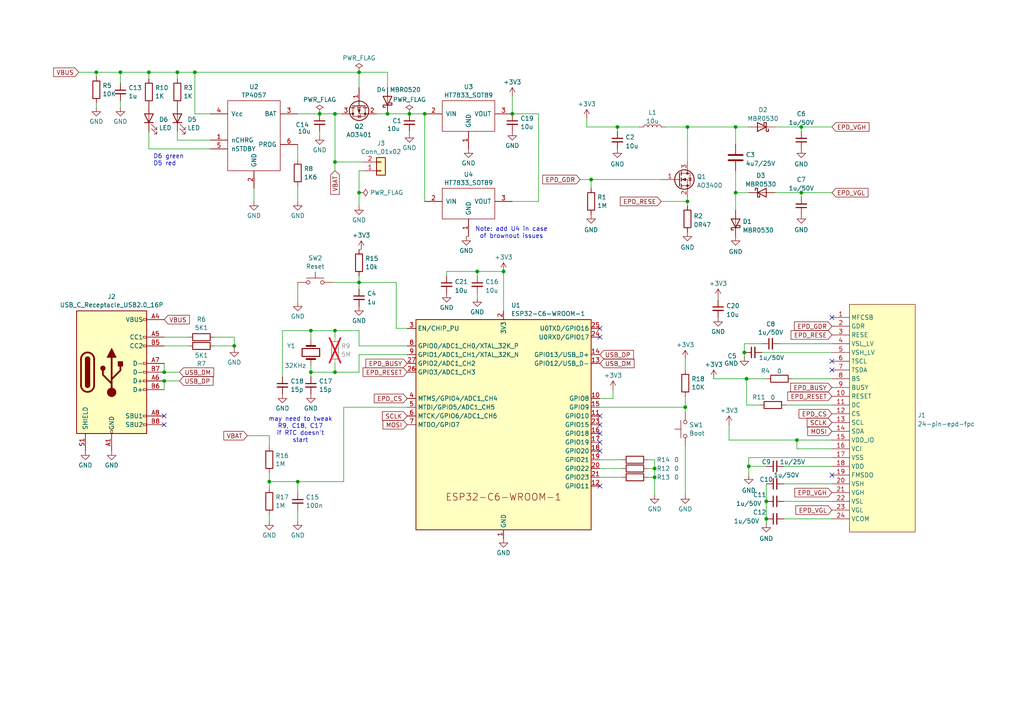
<source format=kicad_sch>
(kicad_sch (version 20231120) (generator "eeschema") (generator_version "8.0")
  (paper "A4")
  (lib_symbols
    (symbol "Connector:USB_C_Receptacle_USB2.0_16P" (pin_names (offset 1.016))
      (property "Reference" "J" (at 0 22.225 0))
      (property "Value" "USB_C_Receptacle_USB2.0_16P" (at 0 19.685 0))
      (symbol "USB_C_Receptacle_USB2.0_16P_1_1"
        (pin passive line (at 0 -22.86 90) (length 5.08) (name "GND") (number "A1"))
        (pin passive line (at 0 -22.86 90) (length 5.08) hide (name "GND") (number "A12"))
        (pin passive line (at 15.24 15.24 180) (length 5.08) (name "VBUS") (number "A4"))
        (pin bidirectional line (at 15.24 10.16 180) (length 5.08) (name "CC1") (number "A5"))
        (pin bidirectional line (at 15.24 -2.54 180) (length 5.08) (name "D+") (number "A6"))
        (pin bidirectional line (at 15.24 2.54 180) (length 5.08) (name "D-") (number "A7"))
        (pin bidirectional line (at 15.24 -12.7 180) (length 5.08) (name "SBU1") (number "A8"))
        (pin passive line (at 15.24 15.24 180) (length 5.08) hide (name "VBUS") (number "A9"))
        (pin passive line (at 0 -22.86 90) (length 5.08) hide (name "GND") (number "B1"))
        (pin passive line (at 0 -22.86 90) (length 5.08) hide (name "GND") (number "B12"))
        (pin passive line (at 15.24 15.24 180) (length 5.08) hide (name "VBUS") (number "B4"))
        (pin bidirectional line (at 15.24 7.62 180) (length 5.08) (name "CC2") (number "B5"))
        (pin bidirectional line (at 15.24 -5.08 180) (length 5.08) (name "D+") (number "B6"))
        (pin bidirectional line (at 15.24 0 180) (length 5.08) (name "D-") (number "B7"))
        (pin bidirectional line (at 15.24 -15.24 180) (length 5.08) (name "SBU2") (number "B8"))
        (pin passive line (at 15.24 15.24 180) (length 5.08) hide (name "VBUS") (number "B9"))
        (pin passive line (at -7.62 -22.86 90) (length 5.08) (name "SHIELD") (number "S1"))
      )
    )
    (symbol "Connector_Generic:Conn_01x02" (pin_names (offset 1.016) hide)
      (property "Reference" "J" (at 0 2.54 0))
      (property "Value" "Conn_01x02" (at 0 -5.08 0))
      (symbol "Conn_01x02_1_1"
        (pin passive line (at -5.08 0 0) (length 3.81) (name "Pin_1") (number "1"))
        (pin passive line (at -5.08 -2.54 0) (length 3.81) (name "Pin_2") (number "2"))
      )
    )
    (symbol "Device:C" (pin_numbers hide) (pin_names (offset 0.254))
      (property "Reference" "C" (at 0.635 2.54 0))
      (property "Value" "C" (at 0.635 -2.54 0))
      (symbol "C_1_1"
        (pin passive line (at 0 3.81 270) (length 2.794) (name "~") (number "1"))
        (pin passive line (at 0 -3.81 90) (length 2.794) (name "~") (number "2"))
      )
    )
    (symbol "Device:C_Small" (pin_numbers hide) (pin_names (offset 0.254) hide)
      (property "Reference" "C" (at 0.254 1.778 0))
      (property "Value" "C_Small" (at 0.254 -2.032 0))
      (symbol "C_Small_1_1"
        (pin passive line (at 0 2.54 270) (length 2.032) (name "~") (number "1"))
        (pin passive line (at 0 -2.54 90) (length 2.032) (name "~") (number "2"))
      )
    )
    (symbol "Device:Crystal" (pin_numbers hide) (pin_names (offset 1.016) hide)
      (property "Reference" "Y" (at 0 3.81 0))
      (property "Value" "Crystal" (at 0 -3.81 0))
      (symbol "Crystal_1_1"
        (pin passive line (at -3.81 0 0) (length 1.27) (name "1") (number "1"))
        (pin passive line (at 3.81 0 180) (length 1.27) (name "2") (number "2"))
      )
    )
    (symbol "Device:L" (pin_numbers hide) (pin_names (offset 1.016) hide)
      (property "Reference" "L" (at -1.27 0 90))
      (property "Value" "L" (at 1.905 0 90))
      (symbol "L_1_1"
        (pin passive line (at 0 3.81 270) (length 1.27) (name "1") (number "1"))
        (pin passive line (at 0 -3.81 90) (length 1.27) (name "2") (number "2"))
      )
    )
    (symbol "Device:LED" (pin_numbers hide) (pin_names (offset 1.016) hide)
      (property "Reference" "D" (at 0 2.54 0))
      (property "Value" "LED" (at 0 -2.54 0))
      (symbol "LED_1_1"
        (pin passive line (at -3.81 0 0) (length 2.54) (name "K") (number "1"))
        (pin passive line (at 3.81 0 180) (length 2.54) (name "A") (number "2"))
      )
    )
    (symbol "Device:R" (pin_numbers hide) (pin_names (offset 0))
      (property "Reference" "R" (at 2.032 0 90))
      (property "Value" "R" (at 0 0 90))
      (symbol "R_1_1"
        (pin passive line (at 0 3.81 270) (length 1.27) (name "~") (number "1"))
        (pin passive line (at 0 -3.81 90) (length 1.27) (name "~") (number "2"))
      )
    )
    (symbol "Diode:MBR0520" (pin_numbers hide) (pin_names (offset 1.016) hide)
      (property "Reference" "D" (at 0 2.54 0))
      (property "Value" "MBR0520" (at 0 -2.54 0))
      (symbol "MBR0520_1_1"
        (pin passive line (at -3.81 0 0) (length 2.54) (name "K") (number "1"))
        (pin passive line (at 3.81 0 180) (length 2.54) (name "A") (number "2"))
      )
    )
    (symbol "Diode:MBR0530" (pin_numbers hide) (pin_names (offset 1.016) hide)
      (property "Reference" "D" (at 0 2.54 0))
      (property "Value" "MBR0530" (at 0 -2.54 0))
      (symbol "MBR0530_1_1"
        (pin passive line (at -3.81 0 0) (length 2.54) (name "K") (number "1"))
        (pin passive line (at 3.81 0 180) (length 2.54) (name "A") (number "2"))
      )
    )
    (symbol "Espressif:ESP32-C6-WROOM-1"
      (property "Reference" "U1" (at 2.1941 34.6243 0))
      (property "Value" "ESP32-C6-WROOM-1" (at 2.1941 32.2001 0))
      (symbol "ESP32-C6-WROOM-1_0_0"
        (text "ESP32-C6-WROOM-1" (at 0 -20.955 0) (effects (font (size 2 2))))
      )
      (symbol "ESP32-C6-WROOM-1_1_1"
        (pin power_in line (at 0 -33.02 90) (length 2.54) (name "GND") (number "1"))
        (pin bidirectional line (at 27.94 7.62 180) (length 2.54) (name "GPIO8") (number "10"))
        (pin bidirectional line (at 27.94 2.54 180) (length 2.54) (name "GPIO10") (number "11"))
        (pin bidirectional line (at 27.94 -17.78 180) (length 2.54) (name "GPIO11") (number "12"))
        (pin bidirectional line (at 27.94 17.78 180) (length 2.54) (name "GPIO12/USB_D-") (number "13"))
        (pin bidirectional line (at 27.94 20.32 180) (length 2.54) (name "GPIO13/USB_D+") (number "14"))
        (pin bidirectional line (at 27.94 5.08 180) (length 2.54) (name "GPIO9") (number "15"))
        (pin bidirectional line (at 27.94 -2.54 180) (length 2.54) (name "GPIO18") (number "16"))
        (pin bidirectional line (at 27.94 -5.08 180) (length 2.54) (name "GPIO19") (number "17"))
        (pin bidirectional line (at 27.94 -7.62 180) (length 2.54) (name "GPIO20") (number "18"))
        (pin bidirectional line (at 27.94 -10.16 180) (length 2.54) (name "GPIO21") (number "19"))
        (pin power_in line (at 0 33.02 270) (length 2.54) (name "3V3") (number "2"))
        (pin bidirectional line (at 27.94 -12.7 180) (length 2.54) (name "GPIO22") (number "20"))
        (pin bidirectional line (at 27.94 -15.24 180) (length 2.54) (name "GPIO23") (number "21"))
        (pin no_connect line (at -25.4 -12.7 0) (length 2.54) hide (name "NC") (number "22"))
        (pin bidirectional line (at 27.94 0 180) (length 2.54) (name "GPIO15") (number "23"))
        (pin bidirectional line (at 27.94 25.4 180) (length 2.54) (name "U0RXD/GPIO17") (number "24"))
        (pin bidirectional line (at 27.94 27.94 180) (length 2.54) (name "U0TXD/GPIO16") (number "25"))
        (pin bidirectional line (at -27.94 15.24 0) (length 2.54) (name "GPIO3/ADC1_CH3") (number "26"))
        (pin bidirectional line (at -27.94 17.78 0) (length 2.54) (name "GPIO2/ADC1_CH2") (number "27"))
        (pin passive line (at 0 -33.02 90) (length 2.54) hide (name "GND") (number "28"))
        (pin passive line (at 0 -33.02 90) (length 2.54) hide (name "GND") (number "29"))
        (pin input line (at -27.94 27.94 0) (length 2.54) (name "EN/CHIP_PU") (number "3"))
        (pin bidirectional line (at -27.94 7.62 0) (length 2.54) (name "MTMS/GPIO4/ADC1_CH4") (number "4"))
        (pin bidirectional line (at -27.94 5.08 0) (length 2.54) (name "MTDI/GPIO5/ADC1_CH5") (number "5"))
        (pin bidirectional line (at -27.94 2.54 0) (length 2.54) (name "MTCK/GPIO6/ADC1_CH6") (number "6"))
        (pin bidirectional line (at -27.94 0 0) (length 2.54) (name "MTDO/GPIO7") (number "7"))
        (pin bidirectional line (at -27.94 22.86 0) (length 2.54) (name "GPIO0/ADC1_CH0/XTAL_32K_P") (number "8"))
        (pin bidirectional line (at -27.94 20.32 0) (length 2.54) (name "GPIO1/ADC1_CH1/XTAL_32K_N") (number "9"))
      )
    )
    (symbol "Jeroens lib:24-pin-epd-fpc"
      (property "Reference" "J1" (at 9.6012 -4.2453 0))
      (property "Value" "24-pin-epd-fpc" (at 9.6012 -6.7822 0))
      (symbol "24-pin-epd-fpc_0_0"
        (pin input line (at -15.24 24.13 0) (length 5.08) (name "MFCSB") (number "1"))
        (pin input line (at -15.24 1.27 0) (length 5.08) (name "RESET") (number "10"))
        (pin input line (at -15.24 -1.27 0) (length 5.08) (name "DC") (number "11"))
        (pin input line (at -15.24 -3.81 0) (length 5.08) (name "CS") (number "12"))
        (pin input line (at -15.24 -6.35 0) (length 5.08) (name "SCL") (number "13"))
        (pin input line (at -15.24 -8.89 0) (length 5.08) (name "SDA") (number "14"))
        (pin power_in line (at -15.24 -11.43 0) (length 5.08) (name "VDD_IO") (number "15"))
        (pin power_in line (at -15.24 -13.97 0) (length 5.08) (name "VCI") (number "16"))
        (pin power_in line (at -15.24 -16.51 0) (length 5.08) (name "VSS") (number "17"))
        (pin passive line (at -15.24 -19.05 0) (length 5.08) (name "VDD") (number "18"))
        (pin output line (at -15.24 -21.59 0) (length 5.08) (name "FMSDO") (number "19"))
        (pin input line (at -15.24 21.59 0) (length 5.08) (name "GDR") (number "2"))
        (pin passive line (at -15.24 -24.13 0) (length 5.08) (name "VSH") (number "20"))
        (pin passive line (at -15.24 -26.67 0) (length 5.08) (name "VGH") (number "21"))
        (pin passive line (at -15.24 -29.21 0) (length 5.08) (name "VSL") (number "22"))
        (pin passive line (at -15.24 -31.75 0) (length 5.08) (name "VGL") (number "23"))
        (pin passive line (at -15.24 -34.29 0) (length 5.08) (name "VCOM") (number "24"))
        (pin input line (at -15.24 19.05 0) (length 5.08) (name "RESE") (number "3"))
        (pin passive line (at -15.24 16.51 0) (length 5.08) (name "VSL_LV") (number "4"))
        (pin passive line (at -15.24 13.97 0) (length 5.08) (name "VSH_LV") (number "5"))
        (pin open_collector line (at -15.24 11.43 0) (length 5.08) (name "TSCL") (number "6"))
        (pin open_collector line (at -15.24 8.89 0) (length 5.08) (name "TSDA") (number "7"))
        (pin input line (at -15.24 6.35 0) (length 5.08) (name "BS") (number "8"))
        (pin output line (at -15.24 3.81 0) (length 5.08) (name "BUSY") (number "9"))
        (pin no_connect line (at -15.24 -36.83 0) (length 5.08) hide (name "MP") (number "MP"))
      )
    )
    (symbol "Jeroens lib:AO3400" (pin_names (offset 1.016) hide)
      (property "Reference" "Q" (at -5.08 5.08 0))
      (property "Value" "AO3400" (at -5.08 7.62 0))
      (symbol "AO3400_1_1"
        (pin input line (at -7.62 0 0) (length 5.08) (name "G") (number "1"))
        (pin passive line (at 0 -5.08 90) (length 2.54) (name "S") (number "2"))
        (pin passive line (at 0 5.08 270) (length 2.54) (name "D") (number "3"))
      )
    )
    (symbol "Jeroens lib:AO3401" (pin_names (offset 0) hide)
      (property "Reference" "Q" (at 5.08 1.905 0))
      (property "Value" "AO3401" (at 5.08 0 0))
      (symbol "AO3401_1_1"
        (pin input line (at -5.08 0 0) (length 5.08) (name "G") (number "1"))
        (pin passive line (at 2.54 -5.08 90) (length 2.54) (name "S") (number "2"))
        (pin passive line (at 2.54 5.08 270) (length 2.54) (name "D") (number "3"))
      )
    )
    (symbol "Jeroens lib:HT7833_SOT89" (pin_names (offset 1.016))
      (property "Reference" "U" (at -6.35 5.08 0))
      (property "Value" "HT7833_SOT89" (at 0 2.54 0))
      (symbol "HT7833_SOT89_1_1"
        (pin power_in line (at 0 -10.16 90) (length 5.08) (name "GND") (number "1"))
        (pin power_in line (at -12.7 0 0) (length 5.08) (name "VIN") (number "2"))
        (pin power_out line (at 12.7 0 180) (length 5.08) (name "VOUT") (number "3"))
      )
    )
    (symbol "Jeroens lib:TP4057" (pin_names (offset 1.016))
      (property "Reference" "U" (at -6.35 11.43 0))
      (property "Value" "TP4057" (at 0 8.89 0))
      (symbol "TP4057_1_1"
        (pin open_collector line (at -12.7 -1.27 0) (length 5.08) (name "nCHRG") (number "1"))
        (pin power_in line (at 0 -15.24 90) (length 5.08) (name "GND") (number "2"))
        (pin power_in line (at 12.7 6.35 180) (length 5.08) (name "BAT") (number "3"))
        (pin power_in line (at -12.7 6.35 0) (length 5.08) (name "Vcc") (number "4"))
        (pin open_collector line (at -12.7 -3.81 0) (length 5.08) (name "nSTDBY") (number "5"))
        (pin input line (at 12.7 -2.54 180) (length 5.08) (name "PROG") (number "6"))
      )
    )
    (symbol "Switch:SW_Push" (pin_numbers hide) (pin_names (offset 1.016) hide)
      (property "Reference" "SW" (at 1.27 2.54 0))
      (property "Value" "SW_Push" (at 0 -1.524 0))
      (symbol "SW_Push_0_1"
        (pin passive line (at -5.08 0 0) (length 2.54) (name "1") (number "1"))
        (pin passive line (at 5.08 0 180) (length 2.54) (name "2") (number "2"))
      )
    )
    (symbol "power:+3V3" (power) (pin_names (offset 0))
      (property "Value" "+3V3" (at 0 3.556 0))
      (symbol "+3V3_1_1"
        (pin power_in line (at 0 0 90) (length 0) hide (name "+3V3") (number "1"))
      )
    )
    (symbol "power:GND" (power) (pin_names (offset 0))
      (property "Value" "GND" (at 0 -3.81 0))
      (symbol "GND_1_1"
        (pin power_in line (at 0 0 270) (length 0) hide (name "GND") (number "1"))
      )
    )
    (symbol "power:PWR_FLAG" (power) (pin_numbers hide) (pin_names (offset 0) hide)
      (property "Value" "PWR_FLAG" (at 0 3.81 0))
      (symbol "PWR_FLAG_0_0"
        (pin power_out line (at 0 0 90) (length 0) (name "pwr") (number "1"))
      )
    )
  )
  (junction (at 56.515 20.955))
  (junction (at 138.43 78.74))
  (junction (at 215.9 102.235))
  (junction (at 97.155 46.99))
  (junction (at 92.71 33.02))
  (junction (at 198.755 118.11))
  (junction (at 67.945 100.33))
  (junction (at 148.59 33.02))
  (junction (at 217.17 135.255))
  (junction (at 213.36 36.83))
  (junction (at 27.94 20.955))
  (junction (at 199.39 58.42))
  (junction (at 232.41 55.88))
  (junction (at 90.17 95.885))
  (junction (at 47.625 107.95))
  (junction (at 199.39 36.83))
  (junction (at 90.17 107.95))
  (junction (at 213.36 55.88))
  (junction (at 222.25 145.415))
  (junction (at 216.535 109.855))
  (junction (at 104.14 81.915))
  (junction (at 51.435 20.955))
  (junction (at 104.14 55.88))
  (junction (at 43.18 20.955))
  (junction (at 189.865 138.43))
  (junction (at 231.14 127.635))
  (junction (at 123.19 33.02))
  (junction (at 222.25 150.495))
  (junction (at 104.14 20.955))
  (junction (at 112.395 33.02))
  (junction (at 97.155 33.02))
  (junction (at 34.925 20.955))
  (junction (at 97.155 107.95))
  (junction (at 232.41 36.83))
  (junction (at 86.36 139.7))
  (junction (at 97.155 95.885))
  (junction (at 78.105 139.7))
  (junction (at 171.45 52.07))
  (junction (at 47.625 110.49))
  (junction (at 189.865 135.89))
  (junction (at 118.745 33.02))
  (junction (at 179.07 36.83))
  (junction (at 146.05 78.74))
  (no_connect (at 173.99 123.19))
  (no_connect (at 47.625 123.19))
  (no_connect (at 173.99 125.73))
  (no_connect (at 241.3 107.315))
  (no_connect (at 173.99 120.65))
  (no_connect (at 241.3 104.775))
  (no_connect (at 173.99 140.97))
  (no_connect (at 241.3 92.075))
  (no_connect (at 241.3 137.795))
  (no_connect (at 173.99 95.25))
  (no_connect (at 173.99 128.27))
  (no_connect (at 173.99 97.79))
  (no_connect (at 47.625 120.65))
  (no_connect (at 173.99 130.81))
  (wire (pts (xy 229.87 109.855) (xy 241.3 109.855)))
  (wire (pts (xy 104.14 107.95) (xy 104.14 102.87)))
  (wire (pts (xy 224.79 55.88) (xy 232.41 55.88)))
  (wire (pts (xy 217.17 135.255) (xy 217.17 137.795)))
  (wire (pts (xy 114.935 81.915) (xy 114.935 95.25)))
  (wire (pts (xy 47.625 105.41) (xy 47.625 107.95)))
  (wire (pts (xy 198.755 129.54) (xy 198.755 143.51)))
  (wire (pts (xy 168.275 52.07) (xy 171.45 52.07)))
  (wire (pts (xy 135.89 68.58) (xy 135.255 68.58)))
  (wire (pts (xy 138.43 78.74) (xy 146.05 78.74)))
  (wire (pts (xy 227.965 117.475) (xy 241.3 117.475)))
  (wire (pts (xy 67.945 100.33) (xy 67.945 100.965)))
  (wire (pts (xy 198.755 118.11) (xy 198.755 119.38)))
  (wire (pts (xy 67.945 100.33) (xy 67.945 97.79)))
  (wire (pts (xy 104.14 95.885) (xy 104.14 100.33)))
  (wire (pts (xy 227.33 145.415) (xy 241.3 145.415)))
  (wire (pts (xy 86.36 41.91) (xy 86.36 46.355)))
  (wire (pts (xy 81.915 109.22) (xy 81.915 95.885)))
  (wire (pts (xy 114.935 95.25) (xy 118.11 95.25)))
  (wire (pts (xy 123.19 33.02) (xy 123.19 58.42)))
  (wire (pts (xy 199.39 36.83) (xy 213.36 36.83)))
  (wire (pts (xy 129.54 78.74) (xy 138.43 78.74)))
  (wire (pts (xy 217.17 135.255) (xy 222.25 135.255)))
  (wire (pts (xy 99.695 139.7) (xy 99.695 118.11)))
  (wire (pts (xy 56.515 33.02) (xy 56.515 20.955)))
  (wire (pts (xy 78.105 139.7) (xy 78.105 141.605)))
  (wire (pts (xy 227.33 140.335) (xy 241.3 140.335)))
  (wire (pts (xy 199.39 57.15) (xy 199.39 58.42)))
  (wire (pts (xy 173.99 135.89) (xy 180.34 135.89)))
  (wire (pts (xy 51.435 20.955) (xy 51.435 22.86)))
  (wire (pts (xy 171.45 52.07) (xy 171.45 54.61)))
  (wire (pts (xy 34.925 29.21) (xy 34.925 31.115)))
  (wire (pts (xy 97.155 95.885) (xy 104.14 95.885)))
  (wire (pts (xy 129.54 80.01) (xy 129.54 78.74)))
  (wire (pts (xy 118.745 38.1) (xy 118.745 38.735)))
  (wire (pts (xy 109.22 33.02) (xy 112.395 33.02)))
  (wire (pts (xy 231.14 130.175) (xy 241.3 130.175)))
  (wire (pts (xy 138.43 86.36) (xy 138.43 85.09)))
  (wire (pts (xy 86.36 81.915) (xy 86.36 87.63)))
  (wire (pts (xy 104.14 59.69) (xy 104.14 55.88)))
  (wire (pts (xy 60.96 33.02) (xy 56.515 33.02)))
  (wire (pts (xy 193.04 36.83) (xy 199.39 36.83)))
  (wire (pts (xy 213.36 36.83) (xy 217.17 36.83)))
  (wire (pts (xy 232.41 36.83) (xy 241.3 36.83)))
  (wire (pts (xy 146.05 78.74) (xy 146.05 90.17)))
  (wire (pts (xy 216.535 109.855) (xy 216.535 117.475)))
  (wire (pts (xy 179.07 36.83) (xy 185.42 36.83)))
  (wire (pts (xy 198.755 114.935) (xy 198.755 118.11)))
  (wire (pts (xy 51.435 20.955) (xy 56.515 20.955)))
  (wire (pts (xy 170.18 34.29) (xy 170.18 36.83)))
  (wire (pts (xy 189.865 133.35) (xy 189.865 135.89)))
  (wire (pts (xy 27.94 20.955) (xy 34.925 20.955)))
  (wire (pts (xy 156.21 33.02) (xy 148.59 33.02)))
  (wire (pts (xy 187.96 138.43) (xy 189.865 138.43)))
  (wire (pts (xy 198.755 104.14) (xy 198.755 107.315)))
  (wire (pts (xy 97.155 46.99) (xy 97.155 33.02)))
  (wire (pts (xy 22.86 20.955) (xy 27.94 20.955)))
  (wire (pts (xy 97.155 33.02) (xy 99.06 33.02)))
  (wire (pts (xy 173.99 133.35) (xy 180.34 133.35)))
  (wire (pts (xy 222.25 140.335) (xy 222.25 145.415)))
  (wire (pts (xy 104.14 20.955) (xy 104.14 25.4)))
  (wire (pts (xy 220.98 102.235) (xy 241.3 102.235)))
  (wire (pts (xy 86.36 142.875) (xy 86.36 139.7)))
  (wire (pts (xy 177.8 113.03) (xy 177.8 115.57)))
  (wire (pts (xy 86.36 147.955) (xy 86.36 151.13)))
  (wire (pts (xy 211.455 127.635) (xy 231.14 127.635)))
  (wire (pts (xy 86.36 139.7) (xy 99.695 139.7)))
  (wire (pts (xy 73.66 54.61) (xy 73.66 58.42)))
  (wire (pts (xy 97.155 46.99) (xy 97.155 49.53)))
  (wire (pts (xy 173.99 138.43) (xy 180.34 138.43)))
  (wire (pts (xy 43.18 43.18) (xy 43.18 38.1)))
  (wire (pts (xy 78.105 149.225) (xy 78.105 151.13)))
  (wire (pts (xy 216.535 109.855) (xy 222.25 109.855)))
  (wire (pts (xy 227.33 150.495) (xy 241.3 150.495)))
  (wire (pts (xy 118.745 33.02) (xy 123.19 33.02)))
  (wire (pts (xy 104.14 49.53) (xy 105.41 49.53)))
  (wire (pts (xy 47.625 110.49) (xy 52.07 110.49)))
  (wire (pts (xy 213.36 36.83) (xy 213.36 41.91)))
  (wire (pts (xy 78.105 126.365) (xy 71.755 126.365)))
  (wire (pts (xy 148.59 58.42) (xy 156.21 58.42)))
  (wire (pts (xy 104.14 81.915) (xy 104.14 83.82)))
  (wire (pts (xy 207.01 109.855) (xy 216.535 109.855)))
  (wire (pts (xy 47.625 100.33) (xy 54.61 100.33)))
  (wire (pts (xy 104.14 55.88) (xy 104.14 49.53)))
  (wire (pts (xy 189.865 135.89) (xy 189.865 138.43)))
  (wire (pts (xy 90.17 106.045) (xy 90.17 107.95)))
  (wire (pts (xy 231.14 127.635) (xy 231.14 130.175)))
  (wire (pts (xy 215.9 99.695) (xy 215.9 102.235)))
  (wire (pts (xy 99.695 118.11) (xy 118.11 118.11)))
  (wire (pts (xy 232.41 36.83) (xy 232.41 38.1)))
  (wire (pts (xy 213.36 55.88) (xy 217.17 55.88)))
  (wire (pts (xy 232.41 55.88) (xy 241.3 55.88)))
  (wire (pts (xy 220.98 99.695) (xy 215.9 99.695)))
  (wire (pts (xy 78.105 126.365) (xy 78.105 129.54)))
  (wire (pts (xy 60.96 43.18) (xy 43.18 43.18)))
  (wire (pts (xy 208.28 86.995) (xy 208.28 86.36)))
  (wire (pts (xy 191.77 58.42) (xy 199.39 58.42)))
  (wire (pts (xy 67.945 97.79) (xy 62.23 97.79)))
  (wire (pts (xy 232.41 55.88) (xy 232.41 57.15)))
  (wire (pts (xy 226.06 99.695) (xy 241.3 99.695)))
  (wire (pts (xy 27.94 20.955) (xy 27.94 22.225)))
  (wire (pts (xy 216.535 117.475) (xy 220.345 117.475)))
  (wire (pts (xy 51.435 38.1) (xy 51.435 40.64)))
  (wire (pts (xy 92.71 33.02) (xy 97.155 33.02)))
  (wire (pts (xy 217.17 132.715) (xy 217.17 135.255)))
  (wire (pts (xy 104.14 80.01) (xy 104.14 81.915)))
  (wire (pts (xy 86.36 33.02) (xy 92.71 33.02)))
  (wire (pts (xy 97.155 107.95) (xy 104.14 107.95)))
  (wire (pts (xy 90.17 98.425) (xy 90.17 95.885)))
  (wire (pts (xy 78.105 137.16) (xy 78.105 139.7)))
  (wire (pts (xy 217.17 132.715) (xy 241.3 132.715)))
  (wire (pts (xy 86.36 53.975) (xy 86.36 58.42)))
  (wire (pts (xy 34.925 20.955) (xy 43.18 20.955)))
  (wire (pts (xy 104.14 20.955) (xy 112.395 20.955)))
  (wire (pts (xy 62.23 100.33) (xy 67.945 100.33)))
  (wire (pts (xy 34.925 20.955) (xy 34.925 24.13)))
  (wire (pts (xy 112.395 33.02) (xy 118.745 33.02)))
  (wire (pts (xy 213.36 49.53) (xy 213.36 55.88)))
  (wire (pts (xy 104.14 102.87) (xy 118.11 102.87)))
  (wire (pts (xy 27.94 29.845) (xy 27.94 31.115)))
  (wire (pts (xy 47.625 107.95) (xy 52.07 107.95)))
  (wire (pts (xy 148.59 27.94) (xy 148.59 33.02)))
  (wire (pts (xy 199.39 58.42) (xy 199.39 59.69)))
  (wire (pts (xy 47.625 97.79) (xy 54.61 97.79)))
  (wire (pts (xy 170.18 36.83) (xy 179.07 36.83)))
  (wire (pts (xy 171.45 52.07) (xy 191.77 52.07)))
  (wire (pts (xy 86.36 139.7) (xy 78.105 139.7)))
  (wire (pts (xy 215.9 102.235) (xy 215.9 103.505)))
  (wire (pts (xy 227.33 135.255) (xy 241.3 135.255)))
  (wire (pts (xy 97.155 95.885) (xy 97.155 97.79)))
  (wire (pts (xy 187.96 135.89) (xy 189.865 135.89)))
  (wire (pts (xy 241.3 127.635) (xy 231.14 127.635)))
  (wire (pts (xy 156.21 58.42) (xy 156.21 33.02)))
  (wire (pts (xy 56.515 20.955) (xy 104.14 20.955)))
  (wire (pts (xy 104.14 81.915) (xy 114.935 81.915)))
  (wire (pts (xy 222.25 145.415) (xy 222.25 150.495)))
  (wire (pts (xy 199.39 36.83) (xy 199.39 46.99)))
  (wire (pts (xy 177.8 115.57) (xy 173.99 115.57)))
  (wire (pts (xy 97.155 105.41) (xy 97.155 107.95)))
  (wire (pts (xy 92.71 38.1) (xy 92.71 39.37)))
  (wire (pts (xy 51.435 40.64) (xy 60.96 40.64)))
  (wire (pts (xy 43.18 20.955) (xy 51.435 20.955)))
  (wire (pts (xy 138.43 80.01) (xy 138.43 78.74)))
  (wire (pts (xy 104.775 72.39) (xy 104.14 72.39)))
  (wire (pts (xy 90.17 107.95) (xy 97.155 107.95)))
  (wire (pts (xy 90.17 107.95) (xy 90.17 109.22)))
  (wire (pts (xy 222.25 150.495) (xy 222.25 151.765)))
  (wire (pts (xy 81.915 95.885) (xy 90.17 95.885)))
  (wire (pts (xy 43.18 20.955) (xy 43.18 22.86)))
  (wire (pts (xy 224.79 36.83) (xy 232.41 36.83)))
  (wire (pts (xy 213.36 55.88) (xy 213.36 60.96)))
  (wire (pts (xy 189.865 138.43) (xy 189.865 143.51)))
  (wire (pts (xy 104.14 100.33) (xy 118.11 100.33)))
  (wire (pts (xy 112.395 25.4) (xy 112.395 20.955)))
  (wire (pts (xy 90.17 95.885) (xy 97.155 95.885)))
  (wire (pts (xy 96.52 81.915) (xy 104.14 81.915)))
  (wire (pts (xy 211.455 123.19) (xy 211.455 127.635)))
  (wire (pts (xy 187.96 133.35) (xy 189.865 133.35)))
  (wire (pts (xy 173.99 118.11) (xy 198.755 118.11)))
  (wire (pts (xy 179.07 36.83) (xy 179.07 38.1)))
  (wire (pts (xy 105.41 46.99) (xy 97.155 46.99)))
  (wire (pts (xy 47.625 110.49) (xy 47.625 113.03)))
  (text "may need to tweak\nR9, C18, C17\nif RTC doesn't\nstart" (at 87.122 124.714 0) (effects (font (size 1.27 1.27))))
  (text "D6 green\nD5 red" (at 44.45 48.26 0) (effects (font (size 1.27 1.27)) (justify left bottom)))
  (text "Note: add U4 in case\nof brownout issues" (at 148.336 67.564 0) (effects (font (size 1.27 1.27))))
  (global_label "EPD_VGH" (shape input) (at 241.3 36.83 0) (property "Intersheetrefs" "${INTERSHEET_REFS}" (effects (hide yes))))
  (global_label "USB_DP" (shape input) (at 173.99 102.87 0) (property "Intersheetrefs" "${INTERSHEET_REFS}" (effects (hide yes))))
  (global_label "USB_DM" (shape input) (at 52.07 107.95 0) (property "Intersheetrefs" "${INTERSHEET_REFS}" (effects (hide yes))))
  (global_label "EPD_CS" (shape input) (at 118.11 115.57 180) (property "Intersheetrefs" "${INTERSHEET_REFS}" (effects (hide yes))))
  (global_label "EPD_BUSY" (shape input) (at 118.11 105.41 180) (property "Intersheetrefs" "${INTERSHEET_REFS}" (effects (hide yes))))
  (global_label "EPD_RESET" (shape input) (at 241.3 114.935 180) (property "Intersheetrefs" "${INTERSHEET_REFS}" (effects (hide yes))))
  (global_label "SCLK" (shape input) (at 118.11 120.65 180) (property "Intersheetrefs" "${INTERSHEET_REFS}" (effects (hide yes))))
  (global_label "EPD_RESET" (shape input) (at 118.11 107.95 180) (property "Intersheetrefs" "${INTERSHEET_REFS}" (effects (hide yes))))
  (global_label "VBAT" (shape input) (at 71.755 126.365 180) (property "Intersheetrefs" "${INTERSHEET_REFS}" (effects (hide yes))))
  (global_label "EPD_VGH" (shape input) (at 241.3 142.875 180) (property "Intersheetrefs" "${INTERSHEET_REFS}" (effects (hide yes))))
  (global_label "SCLK" (shape input) (at 241.3 122.555 180) (property "Intersheetrefs" "${INTERSHEET_REFS}" (effects (hide yes))))
  (global_label "EPD_GDR" (shape input) (at 241.3 94.615 180) (property "Intersheetrefs" "${INTERSHEET_REFS}" (effects (hide yes))))
  (global_label "VBUS" (shape input) (at 47.625 92.71 0) (property "Intersheetrefs" "${INTERSHEET_REFS}" (effects (hide yes))))
  (global_label "MOSI" (shape input) (at 241.3 125.095 180) (property "Intersheetrefs" "${INTERSHEET_REFS}" (effects (hide yes))))
  (global_label "EPD_RESE" (shape input) (at 241.3 97.155 180) (property "Intersheetrefs" "${INTERSHEET_REFS}" (effects (hide yes))))
  (global_label "MOSI" (shape input) (at 118.11 123.19 180) (property "Intersheetrefs" "${INTERSHEET_REFS}" (effects (hide yes))))
  (global_label "EPD_BUSY" (shape input) (at 241.3 112.395 180) (property "Intersheetrefs" "${INTERSHEET_REFS}" (effects (hide yes))))
  (global_label "EPD_GDR" (shape input) (at 168.275 52.07 180) (property "Intersheetrefs" "${INTERSHEET_REFS}" (effects (hide yes))))
  (global_label "EPD_VGL" (shape input) (at 241.3 55.88 0) (property "Intersheetrefs" "${INTERSHEET_REFS}" (effects (hide yes))))
  (global_label "VBUS" (shape input) (at 22.86 20.955 180) (property "Intersheetrefs" "${INTERSHEET_REFS}" (effects (hide yes))))
  (global_label "USB_DP" (shape input) (at 52.07 110.49 0) (property "Intersheetrefs" "${INTERSHEET_REFS}" (effects (hide yes))))
  (global_label "EPD_RESE" (shape input) (at 191.77 58.42 180) (property "Intersheetrefs" "${INTERSHEET_REFS}" (effects (hide yes))))
  (global_label "USB_DM" (shape input) (at 173.99 105.41 0) (property "Intersheetrefs" "${INTERSHEET_REFS}" (effects (hide yes))))
  (global_label "VBAT" (shape input) (at 97.155 49.53 270) (property "Intersheetrefs" "${INTERSHEET_REFS}" (effects (hide yes))))
  (global_label "EPD_CS" (shape input) (at 241.3 120.015 180) (property "Intersheetrefs" "${INTERSHEET_REFS}" (effects (hide yes))))
  (global_label "EPD_VGL" (shape input) (at 241.3 147.955 180) (property "Intersheetrefs" "${INTERSHEET_REFS}" (effects (hide yes))))
  (symbol (lib_id "Device:C_Small") (at 223.52 99.695 90) (unit 1)
    (property "Reference" "C8" (at 223.5263 93.9886 90))
    (property "Value" "1u/50V" (at 223.5263 96.4128 90))
    (property "Footprint" "Capacitor_SMD:C_0603_1608Metric" (effects (hide yes)))
  )
  (symbol (lib_id "power:GND") (at 199.39 67.31 0) (unit 1)
    (property "Reference" "#PWR04" (effects (hide yes)))
    (property "Value" "GND" (at 199.39 71.7534 0))
  )
  (symbol (lib_id "power:GND") (at 73.66 58.42 0) (unit 1)
    (property "Reference" "#PWR018" (effects (hide yes)))
    (property "Value" "GND" (at 73.66 62.5531 0))
  )
  (symbol (lib_id "power:+3V3") (at 177.8 113.03 0) (unit 1)
    (property "Reference" "#PWR041" (effects (hide yes)))
    (property "Value" "+3V3" (at 177.8 108.8969 0))
  )
  (symbol (lib_id "power:GND") (at 208.28 92.075 0) (unit 1)
    (property "Reference" "#PWR039" (effects (hide yes)))
    (property "Value" "GND" (at 208.28 96.2081 0))
  )
  (symbol (lib_id "Connector:USB_C_Receptacle_USB2.0_16P") (at 32.385 107.95 0) (unit 1)
    (property "Reference" "J2" (at 32.385 86.0257 0))
    (property "Value" "USB_C_Receptacle_USB2.0_16P" (at 32.385 88.4499 0))
    (property "Footprint" "Connector_USB:USB_C_Receptacle_HRO_TYPE-C-31-M-12" (effects (hide yes)))
    (property "Datasheet" "https://www.usb.org/sites/default/files/documents/usb_type-c.zip" (effects (hide yes)))
  )
  (symbol (lib_id "Device:C_Small") (at 129.54 82.55 0) (unit 1)
    (property "Reference" "C21" (at 131.8641 81.7216 0) (effects (justify left)))
    (property "Value" "10u" (at 131.8641 84.2585 0) (effects (justify left)))
    (property "Footprint" "Capacitor_SMD:C_0805_2012Metric" (effects (hide yes)))
  )
  (symbol (lib_id "power:GND") (at 129.54 85.09 0) (unit 1)
    (property "Reference" "#PWR043" (effects (hide yes)))
    (property "Value" "GND" (at 129.54 89.2231 0))
  )
  (symbol (lib_id "Jeroens lib:HT7833_SOT89") (at 135.89 58.42 0) (unit 1)
    (property "Reference" "U4" (at 135.89 50.5927 0))
    (property "Value" "HT7833_SOT89" (at 135.89 53.0169 0))
    (property "Footprint" "Package_TO_SOT_SMD:SOT-89-3" (effects (hide yes)))
    (property "Datasheet" "http://www.holtek.com.tw/documents/10179/82844a36-1633-498c-a6e3-4d99f2d0f6d7" (effects (hide yes)))
  )
  (symbol (lib_id "power:GND") (at 104.14 88.9 0) (unit 1)
    (property "Reference" "#PWR031" (effects (hide yes)))
    (property "Value" "GND" (at 104.14 93.0331 0))
  )
  (symbol (lib_id "power:PWR_FLAG") (at 92.71 33.02 0) (unit 1)
    (property "Reference" "#FLG03" (effects (hide yes)))
    (property "Value" "PWR_FLAG" (at 92.71 28.8869 0))
  )
  (symbol (lib_id "Device:C_Small") (at 218.44 102.235 90) (unit 1)
    (property "Reference" "C5" (at 212.344 103.251 90))
    (property "Value" "1u/50V" (at 223.774 103.759 90))
    (property "Footprint" "Capacitor_SMD:C_0603_1608Metric" (effects (hide yes)))
  )
  (symbol (lib_id "power:GND") (at 27.94 31.115 0) (unit 1)
    (property "Reference" "#PWR015" (effects (hide yes)))
    (property "Value" "GND" (at 27.94 35.2481 0))
  )
  (symbol (lib_id "Device:C_Small") (at 224.79 140.335 90) (unit 1)
    (property "Reference" "C10" (at 222.25 139.065 90))
    (property "Value" "1u/50V" (at 228.092 137.795 90))
    (property "Footprint" "Capacitor_SMD:C_0603_1608Metric" (effects (hide yes)))
  )
  (symbol (lib_id "Device:R") (at 43.18 26.67 0) (unit 1)
    (property "Reference" "R10" (at 44.958 25.4579 0) (effects (justify left)))
    (property "Value" "1K" (at 44.958 27.8821 0) (effects (justify left)))
    (property "Footprint" "Resistor_SMD:R_0603_1608Metric" (effects (hide yes)))
  )
  (symbol (lib_id "Device:R") (at 226.06 109.855 90) (unit 1)
    (property "Reference" "R4" (at 221.996 107.569 90))
    (property "Value" "0" (at 226.06 107.6761 90))
    (property "Footprint" "Resistor_SMD:R_0603_1608Metric" (effects (hide yes)))
  )
  (symbol (lib_id "power:GND") (at 222.25 151.765 0) (unit 1)
    (property "Reference" "#PWR012" (effects (hide yes)))
    (property "Value" "GND" (at 222.25 156.2084 0))
  )
  (symbol (lib_id "power:+3V3") (at 170.18 34.29 0) (unit 1)
    (property "Reference" "#PWR028" (effects (hide yes)))
    (property "Value" "+3V3" (at 170.18 30.1569 0))
  )
  (symbol (lib_id "Jeroens lib:AO3401") (at 104.14 30.48 90) (mirror x) (unit 1)
    (property "Reference" "Q2" (at 104.14 36.6705 90))
    (property "Value" "AO3401" (at 104.14 39.0947 90))
    (property "Footprint" "Package_TO_SOT_SMD:SOT-23" (effects (hide yes)))
    (property "Datasheet" "http://www.aosmd.com/res/data_sheets/AO3401.pdf" (effects (hide yes)))
  )
  (symbol (lib_id "Device:L") (at 189.23 36.83 90) (unit 1)
    (property "Reference" "L1" (at 189.23 32.6222 90))
    (property "Value" "10u" (at 189.23 35.1591 90))
    (property "Footprint" "Inductor_SMD:L_Sunlord_SWPA4012S" (effects (hide yes)))
  )
  (symbol (lib_id "power:GND") (at 215.9 103.505 0) (unit 1)
    (property "Reference" "#PWR07" (effects (hide yes)))
    (property "Value" "GND" (at 212.09 105.41 0))
  )
  (symbol (lib_id "power:GND") (at 78.105 151.13 0) (unit 1)
    (property "Reference" "#PWR035" (effects (hide yes)))
    (property "Value" "GND" (at 78.105 155.2631 0))
  )
  (symbol (lib_id "Device:C_Small") (at 224.79 135.255 90) (unit 1)
    (property "Reference" "C9" (at 222.25 133.985 90))
    (property "Value" "1u/25V" (at 229.87 133.985 90))
    (property "Footprint" "Capacitor_SMD:C_0603_1608Metric" (effects (hide yes)))
  )
  (symbol (lib_id "Device:R") (at 78.105 133.35 0) (unit 1)
    (property "Reference" "R16" (at 79.883 132.1379 0) (effects (justify left)))
    (property "Value" "1M" (at 79.883 134.5621 0) (effects (justify left)))
    (property "Footprint" "Resistor_SMD:R_0603_1608Metric" (effects (hide yes)))
  )
  (symbol (lib_id "Device:R") (at 51.435 26.67 0) (unit 1)
    (property "Reference" "R3" (at 53.213 25.4579 0) (effects (justify left)))
    (property "Value" "1K" (at 53.213 27.8821 0) (effects (justify left)))
    (property "Footprint" "Resistor_SMD:R_0603_1608Metric" (effects (hide yes)))
  )
  (symbol (lib_id "Device:R") (at 184.15 133.35 90) (unit 1)
    (property "Reference" "R14" (at 192.405 133.35 90))
    (property "Value" "0" (at 196.215 133.35 90))
    (property "Footprint" "Resistor_SMD:R_0603_1608Metric" (effects (hide yes)))
  )
  (symbol (lib_id "power:+3V3") (at 208.28 86.36 0) (unit 1)
    (property "Reference" "#PWR040" (effects (hide yes)))
    (property "Value" "+3V3" (at 208.28 82.2269 0))
  )
  (symbol (lib_id "power:GND") (at 213.36 68.58 0) (unit 1)
    (property "Reference" "#PWR05" (effects (hide yes)))
    (property "Value" "GND" (at 213.36 73.0234 0))
  )
  (symbol (lib_id "Device:R") (at 171.45 58.42 0) (unit 1)
    (property "Reference" "R1" (at 173.228 57.2079 0) (effects (justify left)))
    (property "Value" "1M" (at 173.228 59.6321 0) (effects (justify left)))
    (property "Footprint" "Resistor_SMD:R_0603_1608Metric" (effects (hide yes)))
  )
  (symbol (lib_id "power:GND") (at 90.17 114.3 0) (unit 1)
    (property "Reference" "#PWR024" (effects (hide yes)))
    (property "Value" "GND" (at 90.17 118.4331 0))
  )
  (symbol (lib_id "Jeroens lib:HT7833_SOT89") (at 135.89 33.02 0) (unit 1)
    (property "Reference" "U3" (at 135.89 25.1927 0))
    (property "Value" "HT7833_SOT89" (at 135.89 27.6169 0))
    (property "Footprint" "Package_TO_SOT_SMD:SOT-89-3" (effects (hide yes)))
    (property "Datasheet" "http://www.holtek.com.tw/documents/10179/82844a36-1633-498c-a6e3-4d99f2d0f6d7" (effects (hide yes)))
  )
  (symbol (lib_id "Device:R") (at 224.155 117.475 90) (unit 1)
    (property "Reference" "R11" (at 220.091 115.189 90))
    (property "Value" "0" (at 224.155 115.2961 90))
    (property "Footprint" "Resistor_SMD:R_0603_1608Metric" (effects (hide yes)))
  )
  (symbol (lib_id "Device:C") (at 213.36 45.72 0) (unit 1)
    (property "Reference" "C3" (at 216.281 44.8853 0) (effects (justify left)))
    (property "Value" "4u7/25V" (at 216.281 47.4222 0) (effects (justify left)))
    (property "Footprint" "Capacitor_SMD:C_0603_1608Metric" (effects (hide yes)))
  )
  (symbol (lib_id "Device:R") (at 58.42 100.33 90) (mirror x) (unit 1)
    (property "Reference" "R7" (at 58.42 105.4903 90))
    (property "Value" "5K1" (at 58.42 103.0661 90))
    (property "Footprint" "Resistor_SMD:R_0603_1608Metric" (effects (hide yes)))
  )
  (symbol (lib_id "power:GND") (at 118.745 38.735 0) (unit 1)
    (property "Reference" "#PWR022" (effects (hide yes)))
    (property "Value" "GND" (at 118.745 42.8681 0))
  )
  (symbol (lib_id "power:+3V3") (at 146.05 78.74 0) (unit 1)
    (property "Reference" "#PWR030" (effects (hide yes)))
    (property "Value" "+3V3" (at 146.05 74.6069 0))
  )
  (symbol (lib_id "power:GND") (at 32.385 130.81 0) (unit 1)
    (property "Reference" "#PWR014" (effects (hide yes)))
    (property "Value" "GND" (at 32.385 134.9431 0))
  )
  (symbol (lib_id "Device:C_Small") (at 104.14 86.36 0) (unit 1)
    (property "Reference" "C4" (at 106.4641 85.1542 0) (effects (justify left)))
    (property "Value" "1u" (at 106.4641 87.5784 0) (effects (justify left)))
    (property "Footprint" "Capacitor_SMD:C_0603_1608Metric" (effects (hide yes)))
  )
  (symbol (lib_id "Jeroens lib:24-pin-epd-fpc") (at 256.54 116.205 0) (unit 1)
    (property "Reference" "J1" (at 266.1412 120.4503 0) (effects (justify left)))
    (property "Value" "24-pin-epd-fpc" (at 266.1412 122.9872 0) (effects (justify left)))
    (property "Footprint" "jeroen:Hirose_FH12-24S-0.5SH_1x24-1MP_P0.50mm_Horizontal_reverse" (effects (hide yes)))
  )
  (symbol (lib_id "Diode:MBR0520") (at 112.395 29.21 90) (unit 1)
    (property "Reference" "D4" (at 109.22 26.035 90) (effects (justify right)))
    (property "Value" "MBR0520" (at 113.03 26.035 90) (effects (justify right)))
    (property "Footprint" "Diode_SMD:D_SOD-123" (effects (hide yes)))
    (property "Datasheet" "http://www.mccsemi.com/up_pdf/MBR0520~MBR0580(SOD123).pdf" (effects (hide yes)))
  )
  (symbol (lib_id "Device:C_Small") (at 224.79 150.495 90) (unit 1)
    (property "Reference" "C12" (at 220.345 148.59 90))
    (property "Value" "1u/50V" (at 216.535 151.13 90))
    (property "Footprint" "Capacitor_SMD:C_0603_1608Metric" (effects (hide yes)))
  )
  (symbol (lib_id "Diode:MBR0530") (at 213.36 64.77 90) (unit 1)
    (property "Reference" "D1" (at 215.392 64.2528 90) (effects (justify right)))
    (property "Value" "MBR0530" (at 215.392 66.7897 90) (effects (justify right)))
    (property "Footprint" "Diode_SMD:D_SOD-123" (effects (hide yes)))
    (property "Datasheet" "http://www.mccsemi.com/up_pdf/MBR0520~MBR0580(SOD123).pdf" (effects (hide yes)))
  )
  (symbol (lib_id "Device:C_Small") (at 179.07 40.64 0) (unit 1)
    (property "Reference" "C2" (at 181.3941 39.8116 0) (effects (justify left)))
    (property "Value" "10u" (at 181.3941 42.3485 0) (effects (justify left)))
    (property "Footprint" "Capacitor_SMD:C_0805_2012Metric" (effects (hide yes)))
  )
  (symbol (lib_id "power:+3V3") (at 104.775 72.39 0) (unit 1)
    (property "Reference" "#PWR032" (effects (hide yes)))
    (property "Value" "+3V3" (at 104.775 68.2569 0))
  )
  (symbol (lib_id "Switch:SW_Push") (at 91.44 81.915 0) (unit 1)
    (property "Reference" "SW2" (at 91.44 74.8497 0))
    (property "Value" "Reset" (at 91.44 77.2739 0))
    (property "Footprint" "Button_Switch_SMD:SW_SPST_B3S-1000" (effects (hide yes)))
  )
  (symbol (lib_id "power:GND") (at 146.05 156.21 0) (unit 1)
    (property "Reference" "#PWR029" (effects (hide yes)))
    (property "Value" "GND" (at 146.05 160.3431 0))
  )
  (symbol (lib_id "Device:C_Small") (at 92.71 35.56 0) (unit 1)
    (property "Reference" "C14" (at 85.725 36.195 0) (effects (justify left)))
    (property "Value" "10u" (at 86.36 38.1 0) (effects (justify left)))
    (property "Footprint" "Capacitor_SMD:C_0805_2012Metric" (effects (hide yes)))
  )
  (symbol (lib_id "Device:C_Small") (at 86.36 145.415 0) (unit 1)
    (property "Reference" "C15" (at 88.6841 144.2092 0) (effects (justify left)))
    (property "Value" "100n" (at 88.6841 146.6334 0) (effects (justify left)))
    (property "Footprint" "Capacitor_SMD:C_0603_1608Metric" (effects (hide yes)))
  )
  (symbol (lib_id "Device:R") (at 199.39 63.5 0) (unit 1)
    (property "Reference" "R2" (at 201.168 62.6653 0) (effects (justify left)))
    (property "Value" "0R47" (at 201.168 65.2022 0) (effects (justify left)))
    (property "Footprint" "Resistor_SMD:R_0603_1608Metric" (effects (hide yes)))
  )
  (symbol (lib_id "Device:C_Small") (at 81.915 111.76 0) (unit 1)
    (property "Reference" "C18" (at 84.2391 110.5541 0) (effects (justify left)))
    (property "Value" "15p" (at 84.2391 112.9784 0) (effects (justify left)))
    (property "Footprint" "Capacitor_SMD:C_0603_1608Metric" (effects (hide yes)))
  )
  (symbol (lib_id "power:GND") (at 198.755 143.51 0) (unit 1)
    (property "Reference" "#PWR033" (effects (hide yes)))
    (property "Value" "GND" (at 198.755 147.6431 0))
  )
  (symbol (lib_id "power:GND") (at 171.45 62.23 0) (unit 1)
    (property "Reference" "#PWR02" (effects (hide yes)))
    (property "Value" "GND" (at 171.45 66.6734 0))
  )
  (symbol (lib_id "Jeroens lib:AO3400") (at 199.39 52.07 0) (unit 1)
    (property "Reference" "Q1" (at 202.0824 51.2353 0) (effects (justify left)))
    (property "Value" "AO3400" (at 202.0824 53.7722 0) (effects (justify left)))
    (property "Footprint" "Package_TO_SOT_SMD:SOT-23" (effects (hide yes)))
    (property "Datasheet" "http://www.aosmd.com/pdfs/datasheet/ao3400.pdf" (effects (hide yes)))
  )
  (symbol (lib_id "Switch:SW_Push") (at 198.755 124.46 90) (unit 1)
    (property "Reference" "SW1" (at 199.898 123.2479 90) (effects (justify right)))
    (property "Value" "Boot" (at 199.898 125.6721 90) (effects (justify right)))
    (property "Footprint" "Button_Switch_SMD:SW_SPST_B3S-1000" (effects (hide yes)))
  )
  (symbol (lib_id "power:+3V3") (at 198.755 104.14 0) (unit 1)
    (property "Reference" "#PWR034" (effects (hide yes)))
    (property "Value" "+3V3" (at 198.755 100.0069 0))
  )
  (symbol (lib_id "Device:LED") (at 51.435 34.29 90) (unit 1)
    (property "Reference" "D5" (at 54.356 34.6654 90) (effects (justify right)))
    (property "Value" "LED" (at 54.356 37.0896 90) (effects (justify right)))
    (property "Footprint" "LED_SMD:LED_0603_1608Metric" (effects (hide yes)))
  )
  (symbol (lib_id "power:GND") (at 135.255 68.58 0) (unit 1)
    (property "Reference" "#PWR042" (effects (hide yes)))
    (property "Value" "GND" (at 135.255 72.7131 0))
  )
  (symbol (lib_id "Device:C_Small") (at 118.745 35.56 0) (unit 1)
    (property "Reference" "C1" (at 113.792 35.052 0) (effects (justify left)))
    (property "Value" "10u" (at 112.268 37.338 0) (effects (justify left)))
    (property "Footprint" "Capacitor_SMD:C_0805_2012Metric" (effects (hide yes)))
  )
  (symbol (lib_id "power:GND") (at 217.17 137.795 0) (unit 1)
    (property "Reference" "#PWR08" (effects (hide yes)))
    (property "Value" "GND" (at 217.17 142.2384 0))
  )
  (symbol (lib_id "Device:R") (at 198.755 111.125 0) (unit 1)
    (property "Reference" "R18" (at 200.533 109.9129 0) (effects (justify left)))
    (property "Value" "10K" (at 200.533 112.3371 0) (effects (justify left)))
    (property "Footprint" "Resistor_SMD:R_0603_1608Metric" (effects (hide yes)))
  )
  (symbol (lib_id "Device:R") (at 184.15 138.43 90) (unit 1)
    (property "Reference" "R13" (at 192.405 138.43 90))
    (property "Value" "0" (at 196.215 138.43 90))
    (property "Footprint" "Resistor_SMD:R_0603_1608Metric" (effects (hide yes)))
  )
  (symbol (lib_id "Device:LED") (at 43.18 34.29 90) (unit 1)
    (property "Reference" "D6" (at 46.101 34.6654 90) (effects (justify right)))
    (property "Value" "LED" (at 46.101 37.0896 90) (effects (justify right)))
    (property "Footprint" "LED_SMD:LED_0603_1608Metric" (effects (hide yes)))
  )
  (symbol (lib_id "Device:R") (at 58.42 97.79 90) (unit 1)
    (property "Reference" "R6" (at 58.42 92.6297 90))
    (property "Value" "5K1" (at 58.42 95.0539 90))
    (property "Footprint" "Resistor_SMD:R_0603_1608Metric" (effects (hide yes)))
  )
  (symbol (lib_id "Device:R") (at 104.14 76.2 0) (unit 1)
    (property "Reference" "R15" (at 105.918 74.9879 0) (effects (justify left)))
    (property "Value" "10k" (at 105.918 77.4121 0) (effects (justify left)))
    (property "Footprint" "Resistor_SMD:R_0603_1608Metric" (effects (hide yes)))
  )
  (symbol (lib_id "Jeroens lib:TP4057") (at 73.66 39.37 0) (unit 1)
    (property "Reference" "U2" (at 73.66 25.1927 0))
    (property "Value" "TP4057" (at 73.66 27.6169 0))
    (property "Footprint" "Package_TO_SOT_SMD:SOT-23-6" (effects (hide yes)))
    (property "Datasheet" "https://www.datasheet-pdf.info/attach/1/3887467401.pdf" (effects (hide yes)))
  )
  (symbol (lib_id "Espressif:ESP32-C6-WROOM-1") (at 146.05 123.19 0) (unit 1)
    (property "Reference" "U1" (at 148.2441 88.5657 0) (effects (justify left)))
    (property "Value" "ESP32-C6-WROOM-1" (at 148.2441 90.9899 0) (effects (justify left)))
    (property "Footprint" "Espressif:ESP32-C6-WROOM-1" (effects (hide yes)))
    (property "Datasheet" "https://www.espressif.com/sites/default/files/documentation/esp32-c6-wroom-1_datasheet_en.pdf" (effects (hide yes)))
  )
  (symbol (lib_id "power:GND") (at 92.71 39.37 0) (unit 1)
    (property "Reference" "#PWR020" (effects (hide yes)))
    (property "Value" "GND" (at 92.71 43.5031 0))
  )
  (symbol (lib_id "power:PWR_FLAG") (at 118.745 33.02 0) (unit 1)
    (property "Reference" "#FLG02" (effects (hide yes)))
    (property "Value" "PWR_FLAG" (at 118.745 28.8869 0))
  )
  (symbol (lib_id "power:+3V3") (at 207.01 109.855 0) (unit 1)
    (property "Reference" "#PWR011" (effects (hide yes)))
    (property "Value" "+3V3" (at 207.01 105.7219 0))
  )
  (symbol (lib_id "power:PWR_FLAG") (at 104.14 20.955 0) (unit 1)
    (property "Reference" "#FLG01" (effects (hide yes)))
    (property "Value" "PWR_FLAG" (at 104.14 16.8219 0))
  )
  (symbol (lib_id "power:+3V3") (at 148.59 27.94 0) (unit 1)
    (property "Reference" "#PWR023" (effects (hide yes)))
    (property "Value" "+3V3" (at 148.59 23.8069 0))
  )
  (symbol (lib_id "power:GND") (at 232.41 43.18 0) (unit 1)
    (property "Reference" "#PWR09" (effects (hide yes)))
    (property "Value" "GND" (at 232.41 47.6234 0))
  )
  (symbol (lib_id "power:GND") (at 232.41 62.23 0) (unit 1)
    (property "Reference" "#PWR010" (effects (hide yes)))
    (property "Value" "GND" (at 232.41 66.6734 0))
  )
  (symbol (lib_id "Device:C_Small") (at 148.59 35.56 0) (unit 1)
    (property "Reference" "C19" (at 150.9141 34.3542 0) (effects (justify left)))
    (property "Value" "10u" (at 150.9141 36.7784 0) (effects (justify left)))
    (property "Footprint" "Capacitor_SMD:C_0805_2012Metric" (effects (hide yes)))
  )
  (symbol (lib_id "Device:R") (at 78.105 145.415 0) (unit 1)
    (property "Reference" "R17" (at 79.883 144.2029 0) (effects (justify left)))
    (property "Value" "1M" (at 79.883 146.6271 0) (effects (justify left)))
    (property "Footprint" "Resistor_SMD:R_0603_1608Metric" (effects (hide yes)))
  )
  (symbol (lib_id "power:GND") (at 104.14 59.69 0) (unit 1)
    (property "Reference" "#PWR021" (effects (hide yes)))
    (property "Value" "GND" (at 104.14 63.8231 0))
  )
  (symbol (lib_id "power:GND") (at 179.07 43.18 0) (unit 1)
    (property "Reference" "#PWR03" (effects (hide yes)))
    (property "Value" "GND" (at 179.07 47.6234 0))
  )
  (symbol (lib_id "power:GND") (at 86.36 58.42 0) (unit 1)
    (property "Reference" "#PWR019" (effects (hide yes)))
    (property "Value" "GND" (at 86.36 62.5531 0))
  )
  (symbol (lib_id "power:GND") (at 138.43 86.36 0) (unit 1)
    (property "Reference" "#PWR038" (effects (hide yes)))
    (property "Value" "GND" (at 138.43 90.4931 0))
  )
  (symbol (lib_id "Diode:MBR0530") (at 220.98 36.83 180) (unit 1)
    (property "Reference" "D2" (at 221.2975 31.8602 0))
    (property "Value" "MBR0530" (at 221.2975 34.3971 0))
    (property "Footprint" "Diode_SMD:D_SOD-123" (effects (hide yes)))
    (property "Datasheet" "http://www.mccsemi.com/up_pdf/MBR0520~MBR0580(SOD123).pdf" (effects (hide yes)))
  )
  (symbol (lib_id "power:GND") (at 189.865 143.51 0) (unit 1)
    (property "Reference" "#PWR01" (effects (hide yes)))
    (property "Value" "GND" (at 189.865 147.6431 0))
  )
  (symbol (lib_id "Device:C_Small") (at 90.17 111.76 0) (unit 1)
    (property "Reference" "C17" (at 92.4941 110.5541 0) (effects (justify left)))
    (property "Value" "15p" (at 92.4941 112.9784 0) (effects (justify left)))
    (property "Footprint" "Capacitor_SMD:C_0603_1608Metric" (effects (hide yes)))
  )
  (symbol (lib_id "Device:R") (at 86.36 50.165 0) (unit 1)
    (property "Reference" "R8" (at 88.138 48.9529 0) (effects (justify left)))
    (property "Value" "1K6" (at 88.138 51.3771 0) (effects (justify left)))
    (property "Footprint" "Resistor_SMD:R_0603_1608Metric" (effects (hide yes)))
  )
  (symbol (lib_id "power:GND") (at 24.765 130.81 0) (unit 1)
    (property "Reference" "#PWR013" (effects (hide yes)))
    (property "Value" "GND" (at 24.765 134.9431 0))
  )
  (symbol (lib_id "Device:C_Small") (at 208.28 89.535 0) (unit 1)
    (property "Reference" "C20" (at 210.6041 88.7066 0) (effects (justify left)))
    (property "Value" "10u" (at 210.6041 91.2435 0) (effects (justify left)))
    (property "Footprint" "Capacitor_SMD:C_0805_2012Metric" (effects (hide yes)))
  )
  (symbol (lib_id "power:GND") (at 67.945 100.965 0) (unit 1)
    (property "Reference" "#PWR017" (effects (hide yes)))
    (property "Value" "GND" (at 67.945 105.0981 0))
  )
  (symbol (lib_id "Device:C_Small") (at 232.41 59.69 180) (unit 1)
    (property "Reference" "C7" (at 232.41 52.07 0))
    (property "Value" "1u/50V" (at 232.41 54.61 0))
    (property "Footprint" "Capacitor_SMD:C_0603_1608Metric" (effects (hide yes)))
  )
  (symbol (lib_id "power:GND") (at 81.915 114.3 0) (unit 1)
    (property "Reference" "#PWR025" (effects (hide yes)))
    (property "Value" "GND" (at 81.915 118.4331 0))
  )
  (symbol (lib_id "Device:R") (at 184.15 135.89 90) (unit 1)
    (property "Reference" "R12" (at 192.405 135.89 90))
    (property "Value" "0" (at 196.215 135.89 90))
    (property "Footprint" "Resistor_SMD:R_0603_1608Metric" (effects (hide yes)))
  )
  (symbol (lib_id "power:GND") (at 86.36 87.63 0) (unit 1)
    (property "Reference" "#PWR037" (effects (hide yes)))
    (property "Value" "GND" (at 86.36 91.7631 0))
  )
  (symbol (lib_id "Device:C_Small") (at 138.43 82.55 0) (unit 1)
    (property "Reference" "C16" (at 140.7541 81.7216 0) (effects (justify left)))
    (property "Value" "10u" (at 140.7541 84.2585 0) (effects (justify left)))
    (property "Footprint" "Capacitor_SMD:C_0805_2012Metric" (effects (hide yes)))
  )
  (symbol (lib_id "power:+3V3") (at 211.455 123.19 0) (unit 1)
    (property "Reference" "#PWR06" (effects (hide yes)))
    (property "Value" "+3V3" (at 211.455 119.0569 0))
  )
  (symbol (lib_id "power:PWR_FLAG") (at 104.14 55.88 270) (unit 1)
    (property "Reference" "#FLG04" (effects (hide yes)))
    (property "Value" "PWR_FLAG" (at 107.315 55.88 90) (effects (justify left)))
  )
  (symbol (lib_id "power:GND") (at 148.59 38.1 0) (unit 1)
    (property "Reference" "#PWR027" (effects (hide yes)))
    (property "Value" "GND" (at 148.59 42.2331 0))
  )
  (symbol (lib_id "Connector_Generic:Conn_01x02") (at 110.49 49.53 0) (mirror x) (unit 1)
    (property "Reference" "J3" (at 110.49 41.5757 0))
    (property "Value" "Conn_01x02" (at 110.49 43.9999 0))
    (property "Footprint" "Connector_PinHeader_2.54mm:PinHeader_1x02_P2.54mm_Vertical" (effects (hide yes)))
  )
  (symbol (lib_id "Device:C_Small") (at 34.925 26.67 0) (unit 1)
    (property "Reference" "C13" (at 37.2491 25.4642 0) (effects (justify left)))
    (property "Value" "1u" (at 37.2491 27.8884 0) (effects (justify left)))
    (property "Footprint" "Capacitor_SMD:C_0603_1608Metric" (effects (hide yes)))
  )
  (symbol (lib_id "Device:Crystal") (at 90.17 102.235 270) (unit 1)
    (property "Reference" "Y1" (at 83.185 100.33 90) (effects (justify left)))
    (property "Value" "32KHz" (at 82.55 106.045 90) (effects (justify left)))
    (property "Footprint" "Crystal:Crystal_SMD_3215-2Pin_3.2x1.5mm" (effects (hide yes)))
  )
  (symbol (lib_id "Device:R") (at 27.94 26.035 0) (unit 1)
    (property "Reference" "R5" (at 29.718 24.8229 0) (effects (justify left)))
    (property "Value" "10K" (at 29.718 27.2471 0) (effects (justify left)))
    (property "Footprint" "Resistor_SMD:R_0603_1608Metric" (effects (hide yes)))
  )
  (symbol (lib_id "Device:C_Small") (at 224.79 145.415 90) (unit 1)
    (property "Reference" "C11" (at 220.345 143.51 90))
    (property "Value" "1u/50V" (at 217.17 146.05 90))
    (property "Footprint" "Capacitor_SMD:C_0603_1608Metric" (effects (hide yes)))
  )
  (symbol (lib_id "Device:R") (at 97.155 101.6 0) (unit 1) (dnp yes)
    (property "Reference" "R9" (at 98.933 100.3879 0) (effects (justify left)))
    (property "Value" "5M" (at 98.933 102.8121 0) (effects (justify left)))
    (property "Footprint" "Resistor_SMD:R_0603_1608Metric" (effects (hide yes)))
  )
  (symbol (lib_id "power:GND") (at 135.89 43.18 0) (unit 1)
    (property "Reference" "#PWR026" (effects (hide yes)))
    (property "Value" "GND" (at 135.89 47.3131 0))
  )
  (symbol (lib_id "Device:C_Small") (at 232.41 40.64 180) (unit 1)
    (property "Reference" "C6" (at 232.41 33.02 0))
    (property "Value" "1u/50V" (at 232.41 35.56 0))
    (property "Footprint" "Capacitor_SMD:C_0603_1608Metric" (effects (hide yes)))
  )
  (symbol (lib_id "Diode:MBR0530") (at 220.98 55.88 0) (unit 1)
    (property "Reference" "D3" (at 220.6625 50.9102 0))
    (property "Value" "MBR0530" (at 220.6625 53.4471 0))
    (property "Footprint" "Diode_SMD:D_SOD-123" (effects (hide yes)))
    (property "Datasheet" "http://www.mccsemi.com/up_pdf/MBR0520~MBR0580(SOD123).pdf" (effects (hide yes)))
  )
  (symbol (lib_id "power:GND") (at 86.36 151.13 0) (unit 1)
    (property "Reference" "#PWR036" (effects (hide yes)))
    (property "Value" "GND" (at 86.36 155.2631 0))
  )
  (symbol (lib_id "power:GND") (at 34.925 31.115 0) (unit 1)
    (property "Reference" "#PWR016" (effects (hide yes)))
    (property "Value" "GND" (at 34.925 35.2481 0))
  )
)
</source>
